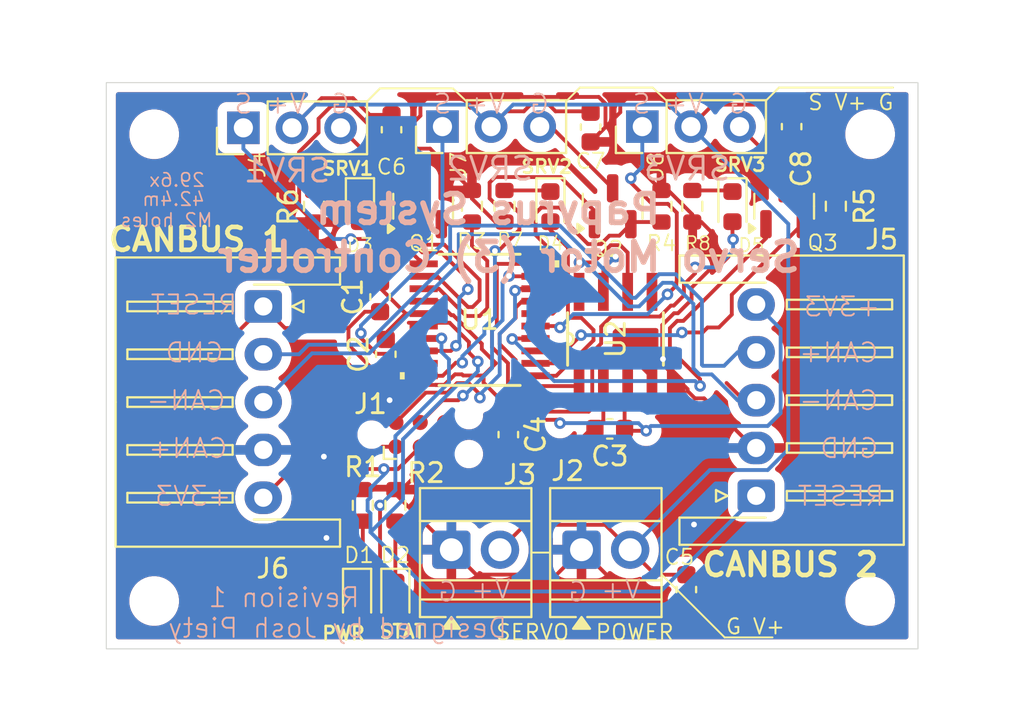
<source format=kicad_pcb>
(kicad_pcb (version 20241229) (generator "pcbnew") (generator_version "9.0")
  (layers (0 "F.Cu" signal) (2 "B.Cu" signal) (13 "F.Paste" user) (15 "B.Paste" user) (5 "F.SilkS" user "F.Silkscreen") (7 "B.SilkS" user "B.Silkscreen") (1 "F.Mask" user) (3 "B.Mask" user) (25 "Edge.Cuts" user))
  (net 0 "")
  (net 1 "+3V3")
  (net 2 "GND")
  (net 3 "/VSERVO")
  (net 4 "Net-(D1-K)")
  (net 5 "/STATUS")
  (net 6 "Net-(D2-K)")
  (net 7 "Net-(D3-K)")
  (net 8 "/SRV1_STAT")
  (net 9 "/SRV2_STAT")
  (net 10 "Net-(D4-K)")
  (net 11 "/SRV3_STAT")
  (net 12 "Net-(D5-K)")
  (net 13 "/SWCLK")
  (net 14 "/SWDIO")
  (net 16 "/RESETB")
  (net 17 "Net-(J4-Pin_3)")
  (net 18 "/SRV1_PWM")
  (net 19 "/CAN+")
  (net 20 "/CAN-")
  (net 21 "Net-(J7-Pin_3)")
  (net 22 "/SRV2_PWM")
  (net 23 "Net-(J8-Pin_3)")
  (net 24 "/SRV3_PWM")
  (net 25 "/SRV1_EN")
  (net 26 "/SRV1_SENSE")
  (net 27 "/SRV2_EN")
  (net 28 "/SRV2_SENSE")
  (net 29 "/SRV3_EN")
  (net 30 "/SRV3_SENSE")
  (net 31 "/CANTX")
  (net 32 "/CANRX")
  (footprint "Connector_JST:JST_XH_S5B-XH-A-1_1x05_P2.50mm_Horizontal" (layer "F.Cu") (at 80.8 85.3 -90)
    (property "Reference" "J6")
    (property "Value" "Conn_01x05")
  )
  (footprint "Capacitor_SMD:C_0603_1608Metric" (layer "F.Cu") (at 93.6 92 -90)
    (property "Reference" "C4")
    (property "Value" "100n")
  )
  (footprint "Resistor_SMD:R_0603_1608Metric" (layer "F.Cu") (at 93.4 80.0625 -90)
    (property "Reference" "R7")
    (property "Value" "1k")
  )
  (footprint "Package_TO_SOT_SMD:SOT-23" (layer "F.Cu") (at 99.05 80.0625 90)
    (property "Reference" "Q2")
    (property "Value" "AO3400A")
  )
  (footprint "Resistor_SMD:R_0603_1608Metric" (layer "F.Cu") (at 91.7 80.0625 90)
    (property "Reference" "R3")
    (property "Value" "33m")
  )
  (footprint "Resistor_SMD:R_0603_1608Metric" (layer "F.Cu") (at 86 95.7 90)
    (property "Reference" "R1")
    (property "Value" "1k")
  )
  (footprint "MountingHole:MountingHole_2.1mm" (layer "F.Cu") (at 75.1 76.3)
    (property "Reference" "REF**" (hide yes))
    (property "Value" "MountingHole_2.1mm")
  )
  (footprint "Resistor_SMD:R_0603_1608Metric" (layer "F.Cu") (at 110.71 80.0625 90)
    (property "Reference" "R5")
    (property "Value" "33m")
  )
  (footprint "Connector_PinHeader_2.54mm:PinHeader_1x03_P2.54mm_Vertical" (layer "F.Cu") (at 90.16 75.9 90)
    (property "Reference" "J7")
    (property "Value" "Conn_01x03_Pin")
  )
  (footprint "Resistor_SMD:R_0603_1608Metric" (layer "F.Cu") (at 103.21 80.0625 -90)
    (property "Reference" "R8")
    (property "Value" "1k")
  )
  (footprint "MountingHole:MountingHole_2.1mm" (layer "F.Cu") (at 75.1 100.7)
    (property "Reference" "REF**" (hide yes))
    (property "Value" "MountingHole_2.1mm")
  )
  (footprint "Connector_JST:JST_XH_S5B-XH-A-1_1x05_P2.50mm_Horizontal" (layer "F.Cu") (at 106.55 95.2 90)
    (property "Reference" "J5")
    (property "Value" "Conn_01x05")
  )
  (footprint "Resistor_SMD:R_0603_1608Metric" (layer "F.Cu") (at 87.7 95.7 90)
    (property "Reference" "R2")
    (property "Value" "1k")
  )
  (footprint "MountingHole:MountingHole_2.1mm" (layer "F.Cu") (at 112.5 100.7)
    (property "Reference" "REF**" (hide yes))
    (property "Value" "MountingHole_2.1mm")
  )
  (footprint "TerminalBlock:TerminalBlock_Xinya_XY308-2.54-2P_1x02_P2.54mm_Horizontal" (layer "F.Cu") (at 97.425 98.0175)
    (property "Reference" "J2")
    (property "Value" "Screw_Terminal_01x02")
  )
  (footprint "Package_TO_SOT_SMD:SOT-23" (layer "F.Cu") (at 89.15 80.0625 90)
    (property "Reference" "Q1")
    (property "Value" "AO3400A")
  )
  (footprint "Package_TO_SOT_SMD:SOT-23" (layer "F.Cu") (at 108.01 80.0625 90)
    (property "Reference" "Q3")
    (property "Value" "AO3400A")
  )
  (footprint "Connector_PinHeader_2.54mm:PinHeader_1x03_P2.54mm_Vertical" (layer "F.Cu") (at 100.6 75.9 90)
    (property "Reference" "J8")
    (property "Value" "Conn_01x03_Pin")
  )
  (footprint "LED_SMD:LED_0603_1608Metric" (layer "F.Cu") (at 85.85 80.0825 -90)
    (property "Reference" "D3")
    (property "Value" "LED")
  )
  (footprint "Capacitor_SMD:C_0603_1608Metric" (layer "F.Cu") (at 86.9 84.8 90)
    (property "Reference" "C1")
    (property "Value" "100n")
  )
  (footprint "Capacitor_SMD:C_0603_1608Metric" (layer "F.Cu") (at 87.2 87.8 90)
    (property "Reference" "C2")
    (property "Value" "10u")
  )
  (footprint "footprints:D8" (layer "F.Cu") (at 99.2 87 90)
    (property "Reference" "U2")
    (property "Value" "SN65HVD232QDRG4Q1")
  )
  (footprint "Connector_PinHeader_2.54mm:PinHeader_1x03_P2.54mm_Vertical" (layer "F.Cu") (at 79.76 75.9625 90)
    (property "Reference" "J4")
    (property "Value" "Conn_01x03_Pin")
  )
  (footprint "LED_SMD:LED_0603_1608Metric" (layer "F.Cu") (at 85.7 100.5 -90)
    (property "Reference" "D1")
    (property "Value" "LED")
  )
  (footprint "TerminalBlock:TerminalBlock_Xinya_XY308-2.54-2P_1x02_P2.54mm_Horizontal" (layer "F.Cu") (at 90.625 98.0175)
    (property "Reference" "J3")
    (property "Value" "Screw_Terminal_01x02")
  )
  (footprint "Resistor_SMD:R_0603_1608Metric" (layer "F.Cu") (at 101.6 80.0625 90)
    (property "Reference" "R4")
    (property "Value" "33m")
  )
  (footprint "Capacitor_SMD:C_0603_1608Metric" (layer "F.Cu") (at 108.4 75.9 -90)
    (property "Reference" "C8")
    (property "Value" "10u")
  )
  (footprint "Connector:Tag-Connect_TC2030-IDC-NL_2x03_P1.27mm_Vertical" (layer "F.Cu") (at 89 92)
    (property "Reference" "J1")
    (property "Value" "Conn_ARM_SWD_TagConnect_TC2030-NL")
  )
  (footprint "footprints:TSSOP20_STM" (layer "F.Cu") (at 92.1 86)
    (property "Reference" "U1")
    (property "Value" "STM32C092FCP6")
  )
  (footprint "LED_SMD:LED_0603_1608Metric" (layer "F.Cu") (at 95.8 80.0825 -90)
    (property "Reference" "D4")
    (property "Value" "LED")
  )
  (footprint "LED_SMD:LED_0603_1608Metric" (layer "F.Cu") (at 105.31 80.0825 -90)
    (property "Reference" "D5")
    (property "Value" "LED")
  )
  (footprint "Resistor_SMD:R_0603_1608Metric" (layer "F.Cu") (at 83.45 80.0625 -90)
    (property "Reference" "R6")
    (property "Value" "1k")
  )
  (footprint "MountingHole:MountingHole_2.1mm" (layer "F.Cu") (at 112.5 76.3)
    (property "Reference" "REF**" (hide yes))
    (property "Value" "MountingHole_2.1mm")
  )
  (footprint "Capacitor_SMD:C_0603_1608Metric" (layer "F.Cu") (at 97.9 75.925 -90)
    (property "Reference" "C7")
    (property "Value" "10u")
  )
  (footprint "Capacitor_SMD:C_0603_1608Metric" (layer "F.Cu") (at 87.5 76.0625 -90)
    (property "Reference" "C6")
    (property "Value" "10u")
  )
  (footprint "LED_SMD:LED_0603_1608Metric" (layer "F.Cu") (at 87.7 100.5 -90)
    (property "Reference" "D2")
    (property "Value" "LED")
  )
  (footprint "Capacitor_SMD:C_0603_1608Metric" (layer "F.Cu") (at 102.9 100.1 -90)
    (property "Reference" "C5")
    (property "Value" "10u")
  )
  (footprint "Capacitor_SMD:C_0603_1608Metric" (layer "F.Cu") (at 98.9 91.7 180)
    (property "Reference" "C3")
    (property "Value" "100n")
  )
  (gr_line (start 101.6 99.3) (end 104.9 102.6) (stroke (width 0.1)) (layer "F.SilkS"))
  (gr_line (start 101.86 74.54125) (end 101.14 73.85875) (stroke (width 0.1)) (layer "F.SilkS"))
  (gr_line (start 94.805 98.1675) (end 95.785 98.1675) (stroke (width 0.1)) (layer "F.SilkS"))
  (gr_line (start 97.34 73.85875) (end 101.14 73.85875) (stroke (width 0.1)) (layer "F.SilkS"))
  (gr_line (start 107.06 74.54125) (end 107.74 73.85875) (stroke (width 0.1)) (layer "F.SilkS"))
  (gr_line (start 86.22 74.5825) (end 86.9 73.9) (stroke (width 0.1)) (layer "F.SilkS"))
  (gr_line (start 107.74 73.85875) (end 113.7 73.85875) (stroke (width 0.1)) (layer "F.SilkS"))
  (gr_line (start 104.9 102.6) (end 107.4 102.6) (stroke (width 0.1)) (layer "F.SilkS"))
  (gr_line (start 96.66 74.54125) (end 97.34 73.85875) (stroke (width 0.1)) (layer "F.SilkS"))
  (gr_line (start 91.42 74.5825) (end 90.7 73.9) (stroke (width 0.1)) (layer "F.SilkS"))
  (gr_line (start 86.9 73.9) (end 90.7 73.9) (stroke (width 0.1)) (layer "F.SilkS"))
  (gr_rect (start 72.6 73.6) (end 115 103.2) (stroke (width 0.05)) (fill no) (layer "Edge.Cuts"))
  (gr_text "POWER" (at 98.1 102.8 0) (layer "F.SilkS") (effects (font (size 0.8 0.8) (thickness 0.1)) (justify left bottom)))
  (gr_text "G V+" (at 104.9 102.5 0) (layer "F.SilkS") (effects (font (size 0.8 0.8) (thickness 0.1)) (justify left bottom)))
  (gr_text "STAT" (at 86.8 102.7 0) (layer "F.SilkS") (effects (font (size 0.7 0.7) (thickness 0.14) (bold yes)) (justify left bottom)))
  (gr_text "CANBUS 1" (at 72.6 82.5 0) (layer "F.SilkS") (effects (font (size 1.2 1.2) (thickness 0.24) (bold yes)) (justify left bottom)))
  (gr_text "SRV2" (at 94.2 78.4 0) (layer "F.SilkS") (effects (font (size 0.7 0.7) (thickness 0.14) (bold yes)) (justify left bottom)))
  (gr_text "S V+ G" (at 109.2 75.1 0) (layer "F.SilkS") (effects (font (size 0.8 0.8) (thickness 0.1)) (justify left bottom)))
  (gr_text "PWR" (at 83.8 102.8 0) (layer "F.SilkS") (effects (font (size 0.7 0.7) (thickness 0.14) (bold yes)) (justify left bottom)))
  (gr_text "CANBUS 2" (at 103.6 99.5 0) (layer "F.SilkS") (effects (font (size 1.2 1.2) (thickness 0.24) (bold yes)) (justify left bottom)))
  (gr_text "SRV1" (at 83.8 78.5 0) (layer "F.SilkS") (effects (font (size 0.7 0.7) (thickness 0.14) (bold yes)) (justify left bottom)))
  (gr_text "SRV3" (at 104.3 78.3 0) (layer "F.SilkS") (effects (font (size 0.7 0.7) (thickness 0.14) (bold yes)) (justify left bottom)))
  (gr_text "SERVO" (at 92.9 102.8 0) (layer "F.SilkS") (effects (font (size 0.8 0.8) (thickness 0.1)) (justify left bottom)))
  (gr_text "Designed by Josh Piety" (at 93.6 102.7 0) (layer "B.SilkS") (effects (font (size 1 1) (thickness 0.1)) (justify left bottom mirror)))
  (gr_text "CAN+" (at 113 88.3 0) (layer "B.SilkS") (effects (font (size 1 1) (thickness 0.1)) (justify left bottom mirror)))
  (gr_text "GND" (at 78.8 88.3 0) (layer "B.SilkS") (effects (font (size 1 1) (thickness 0.1)) (justify left bottom mirror)))
  (gr_text "Papyrus System" (at 101.7 81.1 0) (layer "B.SilkS") (effects (font (size 1.5 1.5) (thickness 0.3) (bold yes)) (justify left bottom mirror)))
  (gr_text "S" (at 101.1 75.3 0) (layer "B.SilkS") (effects (font (size 1 1) (thickness 0.1)) (justify left bottom mirror)))
  (gr_text "G" (at 97.8 100.8 0) (layer "B.SilkS") (effects (font (size 1 1) (thickness 0.1)) (justify left bottom mirror)))
  (gr_text "SRV3" (at 105.3 78.8 0) (layer "B.SilkS") (effects (font (size 1.2 1.2)) (justify left bottom mirror)))
  (gr_text "G" (at 85.4 75.3 0) (layer "B.SilkS") (effects (font (size 1 1) (thickness 0.1)) (justify left bottom mirror)))
  (gr_text "SRV1" (at 84.4 78.9 0) (layer "B.SilkS") (effects (font (size 1.2 1.2)) (justify left bottom mirror)))
  (gr_text "G" (at 106.2 75.3 0) (layer "B.SilkS") (effects (font (size 1 1) (thickness 0.1)) (justify left bottom mirror)))
  (gr_text "CAN+" (at 79 93.3 0) (layer "B.SilkS") (effects (font (size 1 1) (thickness 0.1)) (justify left bottom mirror)))
  (gr_text "V+" (at 93.8 100.7 0) (layer "B.SilkS") (effects (font (size 1 1) (thickness 0.1)) (justify left bottom mirror)))
  (gr_text "S" (at 80.3 75.3 0) (layer "B.SilkS") (effects (font (size 1 1) (thickness 0.1)) (justify left bottom mirror)))
  (gr_text "V+" (at 103.9 75.3 0) (layer "B.SilkS") (effects (font (size 1 1) (thickness 0.1)) (justify left bottom mirror)))
  (gr_text "CAN-" (at 78.9 90.8 0) (layer "B.SilkS") (effects (font (size 1 1) (thickness 0.1)) (justify left bottom mirror)))
  (gr_text "CAN-" (at 113 90.8 0) (layer "B.SilkS") (effects (font (size 1 1) (thickness 0.1)) (justify left bottom mirror)))
  (gr_text "Servo Motor (3) Controller " (at 109 83.6 0) (layer "B.SilkS") (effects (font (size 1.5 1.5) (thickness 0.3) (bold yes)) (justify left bottom mirror)))
  (gr_text "RESET" (at 113.3 95.8 0) (layer "B.SilkS") (effects (font (size 1 1) (thickness 0.1)) (justify left bottom mirror)))
  (gr_text "M2 holes" (at 78.2 81.2 0) (layer "B.SilkS") (effects (font (size 0.7 0.7) (thickness 0.0875)) (justify left bottom mirror)))
  (gr_text "42.4m" (at 77.8 80.1 0) (layer "B.SilkS") (effects (font (size 0.7 0.7) (thickness 0.0875)) (justify left bottom mirror)))
  (gr_text "G" (at 91 100.8 0) (layer "B.SilkS") (effects (font (size 1 1) (thickness 0.1)) (justify left bottom mirror)))
  (gr_text "+3V3" (at 113.1 85.9 0) (layer "B.SilkS") (effects (font (size 1 1) (thickness 0.1)) (justify left bottom mirror)))
  (gr_text "Revision 1" (at 85.9 101.1 0) (layer "B.SilkS") (effects (font (size 1 1) (thickness 0.1)) (justify left bottom mirror)))
  (gr_text "+3V3" (at 79.2 95.8 0) (layer "B.SilkS") (effects (font (size 1 1) (thickness 0.1)) (justify left bottom mirror)))
  (gr_text "V+" (at 100.6 100.7 0) (layer "B.SilkS") (effects (font (size 1 1) (thickness 0.1)) (justify left bottom mirror)))
  (gr_text "G" (at 95.8 75.3 0) (layer "B.SilkS") (effects (font (size 1 1) (thickness 0.1)) (justify left bottom mirror)))
  (gr_text "SRV2" (at 95 78.8 0) (layer "B.SilkS") (effects (font (size 1.2 1.2)) (justify left bottom mirror)))
  (gr_text "GND" (at 113 93.3 0) (layer "B.SilkS") (effects (font (size 1 1) (thickness 0.1)) (justify left bottom mirror)))
  (gr_text "29.6x" (at 77.8 79.1 0) (layer "B.SilkS") (effects (font (size 0.7 0.7) (thickness 0.0875)) (justify left bottom mirror)))
  (gr_text "S" (at 90.7 75.3 0) (layer "B.SilkS") (effects (font (size 1 1) (thickness 0.1)) (justify left bottom mirror)))
  (gr_text "V+" (at 83.1 75.3 0) (layer "B.SilkS") (effects (font (size 1 1) (thickness 0.1)) (justify left bottom mirror)))
  (gr_text "RESET" (at 79.5 85.8 0) (layer "B.SilkS") (effects (font (size 1 1) (thickness 0.1)) (justify left bottom mirror)))
  (gr_text "V+" (at 93.5 75.3 0) (layer "B.SilkS") (effects (font (size 1 1) (thickness 0.1)) (justify left bottom mirror)))
  (segment (start 96.125 91.225) (end 96.3 91.4) (width 0.2) (layer "F.Cu") (net 1))
  (segment (start 86.105761 85.575) (end 85.25 86.430761) (width 0.2) (layer "F.Cu") (net 1))
  (segment (start 85.6137 90.1613) (end 87.2 88.575) (width 0.2) (layer "F.Cu") (net 1))
  (segment (start 86.109451 92.8463) (end 85.6137 92.350549) (width 0.2) (layer "F.Cu") (net 1))
  (segment (start 88.028798 89.403798) (end 87.2 88.575) (width 0.2) (layer "F.Cu") (net 1))
  (segment (start 99.675 89.6238) (end 99.835 89.4638) (width 0.2) (layer "F.Cu") (net 1))
  (segment (start 90.261888 89.403798) (end 90.815686 88.85) (width 0.2) (layer "F.Cu") (net 1))
  (segment (start 83.3875 101.2875) (end 77.7 95.6) (width 0.2) (layer "F.Cu") (net 1))
  (segment (start 93.6 91.225) (end 96.125 91.225) (width 0.2) (layer "F.Cu") (net 1))
  (segment (start 87.73 92.635) (end 87.021849 92.635) (width 0.2) (layer "F.Cu") (net 1))
  (segment (start 90.045402 85.025001) (end 90.2166 85.196199) (width 0.2) (layer "F.Cu") (net 1))
  (segment (start 99.775 91.8) (end 99.675 91.7) (width 0.2) (layer "F.Cu") (net 1))
  (segment (start 90.2166 85.350914) (end 90.619485 85.753799) (width 0.2) (layer "F.Cu") (net 1))
  (segment (start 86.9 85.575) (end 86.105761 85.575) (width 0.2) (layer "F.Cu") (net 1))
  (segment (start 87.021849 92.635) (end 86.810549 92.8463) (width 0.2) (layer "F.Cu") (net 1))
  (segment (start 92.215686 87.534925) (end 92.95 88.269239) (width 0.2) (layer "F.Cu") (net 1))
  (segment (start 89.179 85.025001) (end 90.045402 85.025001) (width 0.2) (layer "F.Cu") (net 1))
  (segment (start 89.8 89.403798) (end 88.028798 89.403798) (width 0.2) (layer "F.Cu") (net 1))
  (segment (start 90.2166 85.196199) (end 90.2166 85.350914) (width 0.2) (layer "F.Cu") (net 1))
  (segment (start 92.308715 88.910524) (end 92.308715 89.289476) (width 0.2) (layer "F.Cu") (net 1))
  (segment (start 90.719485 85.753799) (end 92.215686 87.25) (width 0.2) (layer "F.Cu") (net 1))
  (segment (start 91.177617 88.85) (end 91.238141 88.910524) (width 0.2) (layer "F.Cu") (net 1))
  (segment (start 77.7 95.6) (end 77.7 88.4) (width 0.2) (layer "F.Cu") (net 1))
  (segment (start 90.815686 88.85) (end 91.177617 88.85) (width 0.2) (layer "F.Cu") (net 1))
  (segment (start 85.25 87.315685) (end 86.509315 88.575) (width 0.2) (layer "F.Cu") (net 1))
  (segment (start 80.8 85.3) (end 81.930761 86.430761) (width 0.2) (layer "F.Cu") (net 1))
  (segment (start 99.835 91.34) (end 99.675 91.5) (width 0.2) (layer "F.Cu") (net 1))
  (segment (start 90.755162 88.910524) (end 90.261888 89.403798) (width 0.2) (layer "F.Cu") (net 1))
  (segment (start 92.215686 87.25) (end 92.215686 87.534925) (width 0.2) (layer "F.Cu") (net 1))
  (segment (start 77.7 88.4) (end 80.8 85.3) (width 0.2) (layer "F.Cu") (net 1))
  (segment (start 90.619485 85.753799) (end 90.719485 85.753799) (width 0.2) (layer "F.Cu") (net 1))
  (segment (start 89.8 89.403798) (end 90.261888 89.403798) (width 0.2) (layer "F.Cu") (net 1))
  (segment (start 81.930761 86.430761) (end 85.25 86.430761) (width 0.2) (layer "F.Cu") (net 1))
  (segment (start 85.7 101.2875) (end 83.3875 101.2875) (width 0.2) (layer "F.Cu") (net 1))
  (segment (start 91.238141 88.910524) (end 92.308715 88.910524) (width 0.2) (layer "F.Cu") (net 1))
  (segment (start 86.810549 92.8463) (end 86.109451 92.8463) (width 0.2) (layer "F.Cu") (net 1))
  (segment (start 100.8 91.8) (end 99.775 91.8) (width 0.2) (layer "F.Cu") (net 1))
  (segment (start 92.308715 89.289476) (end 93.6 90.580761) (width 0.2) (layer "F.Cu") (net 1))
  (segment (start 90.261888 89.403798) (end 89.8 89.403798) (width 0.2) (layer "F.Cu") (net 1))
  (segment (start 85.25 86.430761) (end 85.25 87.315685) (width 0.2) (layer "F.Cu") (net 1))
  (segment (start 93.6 90.580761) (end 93.6 91.225) (width 0.2) (layer "F.Cu") (net 1))
  (segment (start 92.95 88.269239) (end 92.308715 88.910524) (width 0.2) (layer "F.Cu") (net 1))
  (segment (start 99.675 91.7) (end 99.675 89.6238) (width 0.2) (layer "F.Cu") (net 1))
  (segment (start 85.6137 92.350549) (end 85.6137 90.1613) (width 0.2) (layer "F.Cu") (net 1))
  (segment (start 86.509315 88.575) (end 87.2 88.575) (width 0.2) (layer "F.Cu") (net 1))
  (via (at 96.3 91.4) (size 0.6) (drill 0.3) (layers "F.Cu" "B.Cu") (net 1))
  (via (at 100.8 91.8) (size 0.6) (drill 0.3) (layers "F.Cu" "B.Cu") (net 1))
  (segment (start 101.051 91.549) (end 100.8 91.8) (width 0.2) (layer "B.Cu") (net 1))
  (segment (start 100.8 91.8) (end 100.4 91.4) (width 0.2) (layer "B.Cu") (net 1))
  (segment (start 107.826 90.87476) (end 107.15176 91.549) (width 0.2) (layer "B.Cu") (net 1))
  (segment (start 100.4 91.4) (end 96.3 91.4) (width 0.2) (layer "B.Cu") (net 1))
  (segment (start 107.826 86.476) (end 107.826 90.87476) (width 0.2) (layer "B.Cu") (net 1))
  (segment (start 106.55 85.2) (end 107.826 86.476) (width 0.2) (layer "B.Cu") (net 1))
  (segment (start 107.15176 91.549) (end 101.051 91.549) (width 0.2) (layer "B.Cu") (net 1))
  (segment (start 84.36324 74.8115) (end 85.31676 74.8115) (width 0.2) (layer "F.Cu") (net 2))
  (segment (start 97.9 76.7) (end 99.449 75.151) (width 0.2) (layer "F.Cu") (net 2))
  (segment (start 93.4 80.8875) (end 92.925 80.8875) (width 0.2) (layer "F.Cu") (net 2))
  (segment (start 87.34276 76.8375) (end 87.5 76.8375) (width 0.2) (layer "F.Cu") (net 2))
  (segment (start 98.676 74.70089) (end 98.676 75.924) (width 0.2) (layer "F.Cu") (net 2))
  (segment (start 101.96 79.2375) (end 101.6 79.2375) (width 0.2) (layer "F.Cu") (net 2))
  (segment (start 102.968134 89.724811) (end 103.348895 90.105572) (width 0.2) (layer "F.Cu") (net 2))
  (segment (start 99.0625 76.7) (end 97.9 76.7) (width 0.2) (layer "F.Cu") (net 2))
  (segment (start 92.9947 92.1697) (end 90.7353 92.1697) (width 0.2) (layer "F.Cu") (net 2))
  (segment (start 100.2825 100.875) (end 102.9 100.875) (width 0.2) (layer "F.Cu") (net 2))
  (segment (start 101.6 79.2375) (end 99.0625 76.7) (width 0.2) (layer "F.Cu") (net 2))
  (segment (start 98.565 89.4638) (end 98.565 91.26) (width 0.2) (layer "F.Cu") (net 2))
  (segment (start 108.4 76.675) (end 108.4 76.9275) (width 0.2) (layer "F.Cu") (net 2))
  (segment (start 101.641239 88.297916) (end 102.968134 89.624811) (width 0.2) (layer "F.Cu") (net 2))
  (segment (start 93.6 92.775) (end 92.9947 92.1697) (width 0.2) (layer "F.Cu") (net 2))
  (segment (start 104.45 81.6525) (end 104.45 83.044314) (width 0.2) (layer "F.Cu") (net 2))
  (segment (start 99.449 75.151) (end 99.449 74.749) (width 0.2) (layer "F.Cu") (net 2))
  (segment (start 87.7 95.0925) (end 90.625 98.0175) (width 0.2) (layer "F.Cu") (net 2))
  (segment (start 85.31676 74.8115) (end 87.34276 76.8375) (width 0.2) (layer "F.Cu") (net 2))
  (segment (start 93.6 92.775) (end 96.85 92.775) (width 0.2) (layer "F.Cu") (net 2))
  (segment (start 103.21 80.8875) (end 103.685 80.8875) (width 0.2) (layer "F.Cu") (net 2))
  (segment (start 104.45 83.044314) (end 103.174 84.320315) (width 0.2) (layer "F.Cu") (net 2))
  (segment (start 97.925 91.7) (end 96.85 92.775) (width 0.2) (layer "F.Cu") (net 2))
  (segment (start 103.174 84.944927) (end 102.463918 85.655009) (width 0.2) (layer "F.Cu") (net 2))
  (segment (start 98.565 91.26) (end 98.125 91.7) (width 0.2) (layer "F.Cu") (net 2))
  (segment (start 89.009 75.3285) (end 89.009 74.749) (width 0.2) (layer "F.Cu") (net 2))
  (segment (start 88.2424 85.674999) (end 89.179 85.674999) (width 0.2) (layer "F.Cu") (net 2))
  (segment (start 103.348895 90.105572) (end 103.830572 90.105572) (width 0.2) (layer "F.Cu") (net 2))
  (segment (start 88.2337 85.6663) (end 88.2424 85.674999) (width 0.2) (layer "F.Cu") (net 2))
  (segment (start 103.21 80.4875) (end 101.96 79.2375) (width 0.2) (layer "F.Cu") (net 2))
  (segment (start 103.830572 90.105572) (end 106.425 92.7) (width 0.2) (layer "F.Cu") (net 2))
  (segment (start 109.176 74.67589) (end 109.176 75.899) (width 0.2) (layer "F.Cu") (net 2))
  (segment (start 83.689 76.211) (end 83.689 75.48574) (width 0.2) (layer "F.Cu") (net 2))
  (segment (start 99.449 74.749) (end 99.85 74.348) (width 0.2) (layer "F.Cu") (net 2))
  (segment (start 99.85 74.348) (end 108.84811 74.348) (width 0.2) (layer "F.Cu") (net 2))
  (segment (start 106.425 92.7) (end 106.55 92.7) (width 0.2) (layer "F.Cu") (net 2))
  (segment (start 82.674 80.1115) (end 82.674 77.226) (width 0.2) (layer "F.Cu") (net 2))
  (segment (start 87.7135 77.051) (end 89.5135 77.051) (width 0.2) (layer "F.Cu") (net 2))
  (segment (start 92.925 80.8875) (end 91.7 79.6625) (width 0.2) (layer "F.Cu") (net 2))
  (segment (start 87.7 94.875) (end 87.7 95.0925) (width 0.2) (layer "F.Cu") (net 2))
  (segment (start 97.425 98.0175) (end 96.124 99.3185) (width 0.2) (layer "F.Cu") (net 2))
  (segment (start 87.2 87.025) (end 87.2 86.7) (width 0.2) (layer "F.Cu") (net 2))
  (segment (start 88.2337 85.6663) (end 86.9 84.332599) (width 0.2) (layer "F.Cu") (net 2))
  (segment (start 109.176 75.899) (end 108.4 76.675) (width 0.2) (layer "F.Cu") (net 2))
  (segment (start 98.676 75.924) (end 97.9 76.7) (width 0.2) (layer "F.Cu") (net 2))
  (segment (start 99.125 92.7) (end 106.55 92.7) (width 0.2) (layer "F.Cu") (net 2))
  (segment (start 87.7 94.875) (end 86 94.875) (width 0.2) (layer "F.Cu") (net 2))
  (segment (start 103.685 80.8875) (end 104.45 81.6525) (width 0.2) (layer "F.Cu") (net 2))
  (segment (start 101.641239 86.270085) (end 101.641239 88.297916) (width 0.2) (layer "F.Cu") (net 2))
  (segment (start 98.125 91.7) (end 97.925 91.7) (width 0.2) (layer "F.Cu") (net 2))
  (segment (start 102.968134 89.624811) (end 102.968134 89.724811) (width 0.2) (layer "F.Cu") (net 2))
  (segment (start 90.7353 92.1697) (end 90.27 92.635) (width 0.2) (layer "F.Cu") (net 2))
  (segment (start 103.174 84.320315) (end 103.174 84.944927) (width 0.2) (layer "F.Cu") (net 2))
  (segment (start 96.124 99.3185) (end 91.926 99.3185) (width 0.2) (layer "F.Cu") (net 2))
  (segment (start 90.27 92.635) (end 88.03 94.875) (width 0.2) (layer "F.Cu") (net 2))
  (segment (start 102.256314 85.655009) (end 101.641239 86.270085) (width 0.2) (layer "F.Cu") (net 2))
  (segment (start 82.674 77.226) (end 83.689 76.211) (width 0.2) (layer "F.Cu") (net 2))
  (segment (start 83.689 75.48574) (end 84.36324 74.8115) (width 0.2) (layer "F.Cu") (net 2))
  (segment (start 89.41 74.348) (end 98.32311 74.348) (width 0.2) (layer "F.Cu") (net 2))
  (segment (start 87.2 86.7) (end 88.2337 85.6663) (width 0.2) (layer "F.Cu") (net 2))
  (segment (start 98.32311 74.348) (end 98.676 74.70089) (width 0.2) (layer "F.Cu") (net 2))
  (segment (start 89.5135 77.051) (end 91.7 79.2375) (width 0.2) (layer "F.Cu") (net 2))
  (segment (start 91.926 99.3185) (end 90.625 98.0175) (width 0.2) (layer "F.Cu") (net 2))
  (segment (start 97.425 98.0175) (end 100.2825 100.875) (width 0.2) (layer "F.Cu") (net 2))
  (segment (start 87.5 76.8375) (end 87.7135 77.051) (width 0.2) (layer "F.Cu") (net 2))
  (segment (start 91.7 79.6625) (end 91.7 79.2375) (width 0.2) (layer "F.Cu") (net 2))
  (segment (start 87.5 76.8375) (end 89.009 75.3285) (width 0.2) (layer "F.Cu") (net 2))
  (segment (start 89.009 74.749) (end 89.41 74.348) (width 0.2) (layer "F.Cu") (net 2))
  (segment (start 108.84811 74.348) (end 109.176 74.67589) (width 0.2) (layer "F.Cu") (net 2))
  (segment (start 102.463918 85.655009) (end 102.256314 85.655009) (width 0.2) (layer "F.Cu") (net 2))
  (segment (start 98.125 91.7) (end 99.125 92.7) (width 0.2) (layer "F.Cu") (net 2))
  (segment (start 103.21 80.8875) (end 103.21 80.4875) (width 0.2) (layer "F.Cu") (net 2))
  (segment (start 88.03 94.875) (end 87.7 94.875) (width 0.2) (layer "F.Cu") (net 2))
  (segment (start 83.45 80.8875) (end 82.674 80.1115) (width 0.2) (layer "F.Cu") (net 2))
  (segment (start 108.4 76.9275) (end 110.71 79.2375) (width 0.2) (layer "F.Cu") (net 2))
  (segment (start 86.9 84.332599) (end 86.9 84.025) (width 0.2) (layer "F.Cu") (net 2))
  (via (at 84.1 97.4) (size 0.6) (drill 0.3) (layers "F.Cu" "B.Cu") (net 2))
  (via (at 103.3 96.7) (size 0.6) (drill 0.3) (layers "F.Cu" "B.Cu") (net 2))
  (via (at 83.965578 93.15) (size 0.6) (drill 0.3) (layers "F.Cu" "B.Cu") (net 2))
  (via (at 101.678854 88.051288) (size 0.6) (drill 0.3) (layers "F.Cu" "B.Cu") (net 2))
  (via (at 87.4 90.2) (size 0.6) (drill 0.3) (layers "F.Cu" "B.Cu") (net 2))
  (segment (start 87.4 90.2) (end 87 90.2) (width 0.2) (layer "B.Cu") (net 2))
  (segment (start 84.05 93.15) (end 83.965578 93.15) (width 0.2) (layer "B.Cu") (net 2))
  (segment (start 87 90.2) (end 84.05 93.15) (width 0.2) (layer "B.Cu") (net 2))
  (segment (start 94.41224 75.1) (end 94.76324 74.749) (width 0.2) (layer "F.Cu") (net 3))
  (segment (start 86.358446 75.2875) (end 85.482445 74.4115) (width 0.2) (layer "F.Cu") (net 3))
  (segment (start 87.5 75.2875) (end 86.358446 75.2875) (width 0.2) (layer "F.Cu") (net 3))
  (segment (start 98.664 96.7165) (end 99.965 98.0175) (width 0.2) (layer "F.Cu") (net 3))
  (segment (start 94.76324 74.749) (end 95.71676 74.749) (width 0.2) (layer "F.Cu") (net 3))
  (segment (start 102.9 99.325) (end 101.2725 99.325) (width 0.2) (layer "F.Cu") (net 3))
  (segment (start 85.482445 74.4115) (end 83.851 74.4115) (width 0.2) (layer "F.Cu") (net 3))
  (segment (start 93.165 98.0175) (end 94.466 96.7165) (width 0.2) (layer "F.Cu") (net 3))
  (segment (start 95.71676 74.749) (end 96.06776 75.1) (width 0.2) (layer "F.Cu") (net 3))
  (segment (start 96.06776 75.1) (end 97.85 75.1) (width 0.2) (layer "F.Cu") (net 3))
  (segment (start 108.024 74.749) (end 104.291 74.749) (width 0.2) (layer "F.Cu") (net 3))
  (segment (start 92.7 75.9) (end 93.5 75.1) (width 0.2) (layer "F.Cu") (net 3))
  (segment (start 97.85 75.1) (end 97.9 75.15) (width 0.2) (layer "F.Cu") (net 3))
  (segment (start 101.2725 99.325) (end 99.965 98.0175) (width 0.2) (layer "F.Cu") (net 3))
  (segment (start 83.851 74.4115) (end 82.3 75.9625) (width 0.2) (layer "F.Cu") (net 3))
  (segment (start 93.5 75.1) (end 94.41224 75.1) (width 0.2) (layer "F.Cu") (net 3))
  (segment (start 108.4 75.125) (end 108.024 74.749) (width 0.2) (layer "F.Cu") (net 3))
  (segment (start 94.466 96.7165) (end 98.664 96.7165) (width 0.2) (layer "F.Cu") (net 3))
  (segment (start 104.291 74.749) (end 103.14 75.9) (width 0.2) (layer "F.Cu") (net 3))
  (segment (start 91.549 74.749) (end 83.5135 74.749) (width 0.2) (layer "B.Cu") (net 3))
  (segment (start 108.226 80.986) (end 103.14 75.9) (width 0.2) (layer "B.Cu") (net 3))
  (segment (start 108.226 92.77676) (end 108.226 80.986) (width 0.2) (layer "B.Cu") (net 3))
  (segment (start 92.7 75.9) (end 93.851 74.749) (width 0.2) (layer "B.Cu") (net 3))
  (segment (start 101.989 74.749) (end 103.14 75.9) (width 0.2) (layer "B.Cu") (net 3))
  (segment (start 83.5135 74.749) (end 82.3 75.9625) (width 0.2) (layer "B.Cu") (net 3))
  (segment (start 93.851 74.749) (end 101.989 74.749) (width 0.2) (layer "B.Cu") (net 3))
  (segment (start 104.1315 93.851) (end 107.15176 93.851) (width 0.2) (layer "B.Cu") (net 3))
  (segment (start 99.965 98.0175) (end 104.1315 93.851) (width 0.2) (layer "B.Cu") (net 3))
  (segment (start 92.7 75.9) (end 91.549 74.749) (width 0.2) (layer "B.Cu") (net 3))
  (segment (start 107.15176 93.851) (end 108.226 92.77676) (width 0.2) (layer "B.Cu") (net 3))
  (segment (start 86 96.525) (end 86 99.4125) (width 0.2) (layer "F.Cu") (net 4))
  (segment (start 86 99.4125) (end 85.7 99.7125) (width 0.2) (layer "F.Cu") (net 4))
  (segment (start 90.100979 86.974999) (end 90.10898 86.966998) (width 0.2) (layer "F.Cu") (net 5))
  (segment (start 87.7 101.2875) (end 86.9 100.4875) (width 0.2) (layer "F.Cu") (net 5))
  (segment (start 89.179 86.974999) (end 90.100979 86.974999) (width 0.2) (layer "F.Cu") (net 5))
  (segment (start 86.9 100.4875) (end 86.9 95.7) (width 0.2) (layer "F.Cu") (net 5))
  (via (at 90.10898 86.966998) (size 0.6) (drill 0.3) (layers "F.Cu" "B.Cu") (net 5))
  (via (at 86.9 95.7) (size 0.6) (drill 0.3) (layers "F.Cu" "B.Cu") (net 5))
  (segment (start 87.7 94.9) (end 87.7 92.074183) (width 0.2) (layer "B.Cu") (net 5))
  (segment (start 86.9 95.7) (end 87.7 94.9) (width 0.2) (layer "B.Cu") (net 5))
  (segment (start 87.7 92.074183) (end 90.5 89.274183) (width 0.2) (layer "B.Cu") (net 5))
  (segment (start 90.5 89.274183) (end 90.5 88.071718) (width 0.2) (layer "B.Cu") (net 5))
  (segment (start 90.10898 87.680698) (end 90.10898 86.966998) (width 0.2) (layer "B.Cu") (net 5))
  (segment (start 90.5 88.071718) (end 90.10898 87.680698) (width 0.2) (layer "B.Cu") (net 5))
  (segment (start 87.7 99.7125) (end 87.7 96.525) (width 0.2) (layer "F.Cu") (net 6))
  (segment (start 85.85 79.295) (end 83.5075 79.295) (width 0.2) (layer "F.Cu") (net 7))
  (segment (start 83.5075 79.295) (end 83.45 79.2375) (width 0.2) (layer "F.Cu") (net 7))
  (segment (start 87.27 80.87) (end 87.599 81.199) (width 0.2) (layer "F.Cu") (net 8))
  (segment (start 91.48637 83.867385) (end 91.48637 84.401445) (width 0.2) (layer "F.Cu") (net 8))
  (segment (start 88.4385 82.0385) (end 88.5 82.1) (width 0.2) (layer "F.Cu") (net 8))
  (segment (start 90.092986 82.474) (end 91.48637 83.867385) (width 0.2) (layer "F.Cu") (net 8))
  (segment (start 90.595718 87.624998) (end 90.864779 87.355937) (width 0.2) (layer "F.Cu") (net 8))
  (segment (start 89.179 87.624998) (end 90.595718 87.624998) (width 0.2) (layer "F.Cu") (net 8))
  (segment (start 89.1069 82.474) (end 90.092986 82.474) (width 0.2) (layer "F.Cu") (net 8))
  (segment (start 87.859032 82.0385) (end 88.4385 82.0385) (width 0.2) (layer "F.Cu") (net 8))
  (segment (start 87.599 81.199) (end 87.599 81.778468) (width 0.2) (layer "F.Cu") (net 8))
  (segment (start 85.85 80.87) (end 87.27 80.87) (width 0.2) (layer "F.Cu") (net 8))
  (segment (start 88.7329 82.1) (end 89.1069 82.474) (width 0.2) (layer "F.Cu") (net 8))
  (segment (start 88.5 82.1) (end 88.7329 82.1) (width 0.2) (layer "F.Cu") (net 8))
  (segment (start 87.599 81.778468) (end 87.859032 82.0385) (width 0.2) (layer "F.Cu") (net 8))
  (via (at 91.48637 84.401445) (size 0.6) (drill 0.3) (layers "F.Cu" "B.Cu") (net 8))
  (via (at 90.864779 87.355937) (size 0.6) (drill 0.3) (layers "F.Cu" "B.Cu") (net 8))
  (segment (start 91.48637 84.401445) (end 91.038192 84.849623) (width 0.2) (layer "B.Cu") (net 8))
  (segment (start 91.038192 87.182524) (end 90.864779 87.355937) (width 0.2) (layer "B.Cu") (net 8))
  (segment (start 91.038192 84.849623) (end 91.038192 87.182524) (width 0.2) (layer "B.Cu") (net 8))
  (segment (start 98.05 87.069239) (end 98.05 86.530761) (width 0.2) (layer "F.Cu") (net 9))
  (segment (start 95.021 88.275002) (end 96.046113 88.275002) (width 0.2) (layer "F.Cu") (net 9))
  (segment (start 95.8 81.307499) (end 95.8 80.87) (width 0.2) (layer "F.Cu") (net 9))
  (segment (start 96.548915 87.7722) (end 97.347039 87.7722) (width 0.2) (layer "F.Cu") (net 9))
  (segment (start 96.7146 82.222099) (end 95.8 81.307499) (width 0.2) (layer "F.Cu") (net 9))
  (segment (start 97.4146 85.895361) (end 96.7146 85.895361) (width 0.2) (layer "F.Cu") (net 9))
  (segment (start 96.046113 88.275002) (end 96.548915 87.7722) (width 0.2) (layer "F.Cu") (net 9))
  (segment (start 98.05 86.530761) (end 97.4146 85.895361) (width 0.2) (layer "F.Cu") (net 9))
  (segment (start 97.347039 87.7722) (end 98.05 87.069239) (width 0.2) (layer "F.Cu") (net 9))
  (segment (start 96.7146 85.895361) (end 96.7146 82.222099) (width 0.2) (layer "F.Cu") (net 9))
  (segment (start 95.7425 79.2375) (end 95.8 79.295) (width 0.2) (layer "F.Cu") (net 10))
  (segment (start 93.4 79.2375) (end 95.7425 79.2375) (width 0.2) (layer "F.Cu") (net 10))
  (segment (start 98.45 86.35) (end 98.9722 85.8278) (width 0.2) (layer "F.Cu") (net 11))
  (segment (start 95.021 88.925) (end 96.106372 88.925) (width 0.2) (layer "F.Cu") (net 11))
  (segment (start 103.357537 83.571092) (end 103.357537 83.257537) (width 0.2) (layer "F.Cu") (net 11))
  (segment (start 102.244991 85.255009) (end 102.774 84.726) (width 0.2) (layer "F.Cu") (net 11))
  (segment (start 102.774 84.154629) (end 103.357537 83.571092) (width 0.2) (layer "F.Cu") (net 11))
  (segment (start 105.31 81.765086) (end 105.342837 81.797923) (width 0.2) (layer "F.Cu") (net 11))
  (segment (start 98.9722 85.8278) (end 101.517839 85.8278) (width 0.2) (layer "F.Cu") (net 11))
  (segment (start 96.859172 88.1722) (end 97.512724 88.1722) (width 0.2) (layer "F.Cu") (net 11))
  (segment (start 101.517839 85.8278) (end 102.090629 85.255009) (width 0.2) (layer "F.Cu") (net 11))
  (segment (start 105.31 80.87) (end 105.31 81.765086) (width 0.2) (layer "F.Cu") (net 11))
  (segment (start 102.090629 85.255009) (end 102.244991 85.255009) (width 0.2) (layer "F.Cu") (net 11))
  (segment (start 98.45 87.234924) (end 98.45 86.35) (width 0.2) (layer "F.Cu") (net 11))
  (segment (start 97.512724 88.1722) (end 98.45 87.234924) (width 0.2) (layer "F.Cu") (net 11))
  (segment (start 102.774 84.726) (end 102.774 84.154629) (width 0.2) (layer "F.Cu") (net 11))
  (segment (start 96.106372 88.925) (end 96.859172 88.1722) (width 0.2) (layer "F.Cu") (net 11))
  (via (at 103.357537 83.257537) (size 0.6) (drill 0.3) (layers "F.Cu" "B.Cu") (net 11))
  (via (at 105.342837 81.797923) (size 0.6) (drill 0.3) (layers "F.Cu" "B.Cu") (net 11))
  (segment (start 103.357537 83.257537) (end 104.480357 83.257537) (width 0.2) (layer "B.Cu") (net 11))
  (segment (start 104.480357 83.257537) (end 105.342837 82.395057) (width 0.2) (layer "B.Cu") (net 11))
  (segment (start 105.342837 82.395057) (end 105.342837 81.797923) (width 0.2) (layer "B.Cu") (net 11))
  (segment (start 103.21 79.2375) (end 105.2525 79.2375) (width 0.2) (layer "F.Cu") (net 12))
  (segment (start 105.2525 79.2375) (end 105.31 79.295) (width 0.2) (layer "F.Cu") (net 12))
  (segment (start 90.161202 90.203798) (end 90.986014 90.203798) (width 0.2) (layer "F.Cu") (net 13))
  (segment (start 89 91.365) (end 90.161202 90.203798) (width 0.2) (layer "F.Cu") (net 13))
  (segment (start 93.655525 83.725001) (end 93.637382 83.706858) (width 0.2) (layer "F.Cu") (net 13))
  (segment (start 90.986014 90.203798) (end 91.229288 89.960524) (width 0.2) (layer "F.Cu") (net 13))
  (segment (start 95.021 83.725001) (end 93.655525 83.725001) (width 0.2) (layer "F.Cu") (net 13))
  (via (at 91.229288 89.960524) (size 0.6) (drill 0.3) (layers "F.Cu" "B.Cu") (net 13))
  (via (at 93.637382 83.706858) (size 0.6) (drill 0.3) (layers "F.Cu" "B.Cu") (net 13))
  (segment (start 92.75 88.515685) (end 91.305161 89.960524) (width 0.2) (layer "B.Cu") (net 13))
  (segment (start 91.305161 89.960524) (end 91.229288 89.960524) (width 0.2) (layer "B.Cu") (net 13))
  (segment (start 93.637382 83.706858) (end 93.3 84.04424) (width 0.2) (layer "B.Cu") (net 13))
  (segment (start 92.75 86.565076) (end 92.75 88.515685) (width 0.2) (layer "B.Cu") (net 13))
  (segment (start 93.3 86.015076) (end 92.75 86.565076) (width 0.2) (layer "B.Cu") (net 13))
  (segment (start 93.3 84.04424) (end 93.3 86.015076) (width 0.2) (layer "B.Cu") (net 13))
  (segment (start 91.529763 89.310524) (end 92.115881 89.896642) (width 0.2) (layer "F.Cu") (net 14))
  (segment (start 90.427574 89.803798) (end 90.920848 89.310524) (width 0.2) (layer "F.Cu") (net 14))
  (segment (start 87.73 91.365) (end 89.291202 89.803798) (width 0.2) (layer "F.Cu") (net 14))
  (segment (start 92.115881 89.896642) (end 92.115881 90.067629) (width 0.2) (layer "F.Cu") (net 14))
  (segment (start 94.050769 84.375002) (end 93.95 84.475771) (width 0.2) (layer "F.Cu") (net 14))
  (segment (start 95.021 84.375002) (end 94.050769 84.375002) (width 0.2) (layer "F.Cu") (net 14))
  (segment (start 89.291202 89.803798) (end 90.427574 89.803798) (width 0.2) (layer "F.Cu") (net 14))
  (segment (start 90.920848 89.310524) (end 91.529763 89.310524) (width 0.2) (layer "F.Cu") (net 14))
  (via (at 92.115881 90.067629) (size 0.6) (drill 0.3) (layers "F.Cu" "B.Cu") (net 14))
  (via (at 93.95 84.475771) (size 0.6) (drill 0.3) (layers "F.Cu" "B.Cu") (net 14))
  (segment (start 92.115881 89.903359) (end 92.115881 90.067629) (width 0.2) (layer "B.Cu") (net 14))
  (segment (start 93.95 85.930761) (end 93.15 86.730761) (width 0.2) (layer "B.Cu") (net 14))
  (segment (start 93.15 88.86924) (end 92.115881 89.903359) (width 0.2) (layer "B.Cu") (net 14))
  (segment (start 93.95 84.475771) (end 93.95 85.930761) (width 0.2) (layer "B.Cu") (net 14))
  (segment (start 93.15 86.730761) (end 93.15 88.86924) (width 0.2) (layer "B.Cu") (net 14))
  (segment (start 87.1 93.8) (end 82.3 93.8) (width 0.2) (layer "F.Cu") (net 16))
  (segment (start 91.542141 87.160751) (end 91.542141 87.711991) (width 0.2) (layer "F.Cu") (net 16))
  (segment (start 91.542141 87.711991) (end 92.008997 88.178847) (width 0.2) (layer "F.Cu") (net 16))
  (segment (start 82.3 93.8) (end 80.8 95.3) (width 0.2) (layer "F.Cu") (net 16))
  (segment (start 88.4 86.153799) (end 90.535189 86.153799) (width 0.2) (layer "F.Cu") (net 16))
  (segment (start 90.535189 86.153799) (end 91.542141 87.160751) (width 0.2) (layer "F.Cu") (net 16))
  (segment (start 87.835 93.8) (end 87.1 93.8) (width 0.2) (layer "F.Cu") (net 16))
  (segment (start 89 92.635) (end 87.835 93.8) (width 0.2) (layer "F.Cu") (net 16))
  (via (at 87.1 93.8) (size 0.6) (drill 0.3) (layers "F.Cu" "B.Cu") (net 16))
  (via (at 92.008997 88.178847) (size 0.6) (drill 0.3) (layers "F.Cu" "B.Cu") (net 16))
  (segment (start 86.4 94.8) (end 87.051 94.149) (width 0.2) (layer "B.Cu") (net 16))
  (segment (start 86.25 95.969239) (end 86.25 95.430761) (width 0.2) (layer "B.Cu") (net 16))
  (segment (start 86.4 97.1) (end 86.4 96.119239) (width 0.2) (layer "B.Cu") (net 16))
  (segment (start 86.4 95.280761) (end 86.4 94.8) (width 0.2) (layer "B.Cu") (net 16))
  (segment (start 88.1 92.239869) (end 88.1 95.4) (width 0.2) (layer "B.Cu") (net 16))
  (segment (start 87.2 93.9) (end 87.1 93.8) (width 0.2) (layer "B.Cu") (net 16))
  (segment (start 88.1 95.4) (end 86.4 97.1) (width 0.2) (layer "B.Cu") (net 16))
  (segment (start 101.55 100.2) (end 106.55 95.2) (width 0.2) (layer "B.Cu") (net 16))
  (segment (start 92.008997 88.689588) (end 92.008997 88.178847) (width 0.2) (layer "B.Cu") (net 16))
  (segment (start 87.2 94) (end 87.2 93.9) (width 0.2) (layer "B.Cu") (net 16))
  (segment (start 87.051 94.149) (end 87.2 94) (width 0.2) (layer "B.Cu") (net 16))
  (segment (start 88.1 92.239869) (end 90.980345 89.359524) (width 0.2) (layer "B.Cu") (net 16))
  (segment (start 89.5 100.2) (end 101.55 100.2) (width 0.2) (layer "B.Cu") (net 16))
  (segment (start 91.339061 89.359524) (end 92.008997 88.689588) (width 0.2) (layer "B.Cu") (net 16))
  (segment (start 86.4 97.1) (end 89.5 100.2) (width 0.2) (layer "B.Cu") (net 16))
  (segment (start 86.25 95.430761) (end 86.4 95.280761) (width 0.2) (layer "B.Cu") (net 16))
  (segment (start 90.980345 89.359524) (end 91.339061 89.359524) (width 0.2) (layer "B.Cu") (net 16))
  (segment (start 86.4 96.119239) (end 86.25 95.969239) (width 0.2) (layer "B.Cu") (net 16))
  (segment (start 88.0025 79.125) (end 84.84 75.9625) (width 0.2) (layer "F.Cu") (net 17))
  (segment (start 89.15 79.125) (end 88.0025 79.125) (width 0.2) (layer "F.Cu") (net 17))
  (segment (start 88.5668 82.501) (end 88.9408 82.875) (width 0.2) (layer "F.Cu") (net 18))
  (segment (start 85.368556 81.774855) (end 87.028287 81.774855) (width 0.2) (layer "F.Cu") (net 18))
  (segment (start 88.3339 82.501) (end 88.5668 82.501) (width 0.2) (layer "F.Cu") (net 18))
  (segment (start 87.695033 82.441601) (end 88.274501 82.441601) (width 0.2) (layer "F.Cu") (net 18))
  (segment (start 88.979 82.875) (end 89.179 83.075) (width 0.2) (layer "F.Cu") (net 18))
  (segment (start 88.274501 82.441601) (end 88.3339 82.501) (width 0.2) (layer "F.Cu") (net 18))
  (segment (start 88.9408 82.875) (end 88.979 82.875) (width 0.2) (layer "F.Cu") (net 18))
  (segment (start 87.028287 81.774855) (end 87.695033 82.441601) (width 0.2) (layer "F.Cu") (net 18))
  (via (at 85.368556 81.774855) (size 0.6) (drill 0.3) (layers "F.Cu" "B.Cu") (net 18))
  (segment (start 85.368556 81.774855) (end 84.474855 81.774855) (width 0.2) (layer "B.Cu") (net 18))
  (segment (start 79.76 77.06) (end 79.76 75.9625) (width 0.2) (layer "B.Cu") (net 18))
  (segment (start 84.474855 81.774855) (end 79.76 77.06) (width 0.2) (layer "B.Cu") (net 18))
  (segment (start 98.565 84.5362) (end 98.565 83.335) (width 0.2) (layer "F.Cu") (net 19))
  (segment (start 98.565 83.335) (end 99.2 82.7) (width 0.2) (layer "F.Cu") (net 19))
  (via (at 99.2 82.7) (size 0.6) (drill 0.3) (layers "F.Cu" "B.Cu") (net 19))
  (segment (start 101.480049 83.6144) (end 100.245429 84.84902) (width 0.2) (layer "B.Cu") (net 19))
  (segment (start 80.8 87.8) (end 82.663603 87.8) (width 0.2) (layer "B.Cu") (net 19))
  (segment (start 102.350711 83.6144) (end 101.480049 83.6144) (width 0.2) (layer "B.Cu") (net 19))
  (segment (start 100.067218 84.84902) (end 98.509099 83.290901) (width 0.2) (layer "B.Cu") (net 19))
  (segment (start 99.2 82.7) (end 98.609099 83.290901) (width 0.2) (layer "B.Cu") (net 19))
  (segment (start 103.770622 88.404592) (end 103.71505 88.34902) (width 0.2) (layer "B.Cu") (net 19))
  (segment (start 90.561 82.888943) (end 90.561 81.075) (width 0.2) (layer "B.Cu") (net 19))
  (segment (start 104.870408 88.404592) (end 103.770622 88.404592) (width 0.2) (layer "B.Cu") (net 19))
  (segment (start 103.71505 84.978739) (end 102.350711 83.6144) (width 0.2) (layer "B.Cu") (net 19))
  (segment (start 83.162603 87.301) (end 86.148943 87.301) (width 0.2) (layer "B.Cu") (net 19))
  (segment (start 98.509099 83.290901) (end 96.293198 81.075) (width 0.2) (layer "B.Cu") (net 19))
  (segment (start 103.71505 88.34902) (end 103.71505 84.978739) (width 0.2) (layer "B.Cu") (net 19))
  (segment (start 106.55 87.7) (end 105.575 87.7) (width 0.2) (layer "B.Cu") (net 19))
  (segment (start 86.148943 87.301) (end 90.561 82.888943) (width 0.2) (layer "B.Cu") (net 19))
  (segment (start 90.561 81.075) (end 96.293198 81.075) (width 0.2) (layer "B.Cu") (net 19))
  (segment (start 105.575 87.7) (end 104.870408 88.404592) (width 0.2) (layer "B.Cu") (net 19))
  (segment (start 98.609099 83.290901) (end 98.509099 83.290901) (width 0.2) (layer "B.Cu") (net 19))
  (segment (start 100.245429 84.84902) (end 100.067218 84.84902) (width 0.2) (layer "B.Cu") (net 19))
  (segment (start 82.663603 87.8) (end 83.162603 87.301) (width 0.2) (layer "B.Cu") (net 19))
  (segment (start 99.835 84.5362) (end 99.835 82.485057) (width 0.2) (layer "F.Cu") (net 20))
  (segment (start 106.55 90.2) (end 105.9 90.2) (width 0.2) (layer "F.Cu") (net 20))
  (segment (start 105.9 90.2) (end 105 89.3) (width 0.2) (layer "F.Cu") (net 20))
  (segment (start 99.448943 82.099) (end 98.947568 82.099) (width 0.2) (layer "F.Cu") (net 20))
  (segment (start 99.835 82.485057) (end 99.448943 82.099) (width 0.2) (layer "F.Cu") (net 20))
  (segment (start 98.046568 83) (end 97.3146 83) (width 0.2) (layer "F.Cu") (net 20))
  (segment (start 98.947568 82.099) (end 98.046568 83) (width 0.2) (layer "F.Cu") (net 20))
  (via (at 97.3146 83) (size 0.6) (drill 0.3) (layers "F.Cu" "B.Cu") (net 20))
  (segment (start 97.3146 83) (end 97.3146 82.732798) (width 0.2) (layer "B.Cu") (net 20))
  (segment (start 100.431817 85.299) (end 99.880802 85.299) (width 0.2) (layer "B.Cu") (net 20))
  (segment (start 80.8 90.3) (end 80.8 90.425) (width 0.2) (layer "B.Cu") (net 20))
  (segment (start 103.269484 85.169541) (end 102.164323 84.06438) (width 0.2) (layer "B.Cu") (net 20))
  (segment (start 101.666437 84.06438) (end 100.431817 85.299) (width 0.2) (layer "B.Cu") (net 20))
  (segment (start 83.34902 87.75098) (end 86.335331 87.75098) (width 0.2) (layer "B.Cu") (net 20))
  (segment (start 103.269484 88.539822) (end 103.269484 85.169541) (width 0.2) (layer "B.Cu") (net 20))
  (segment (start 102.164323 84.06438) (end 101.666437 84.06438) (width 0.2) (layer "B.Cu") (net 20))
  (segment (start 97.3146 82.732798) (end 97.040901 82.459099) (width 0.2) (layer "B.Cu") (net 20))
  (segment (start 103.584234 88.854572) (end 103.269484 88.539822) (width 0.2) (layer "B.Cu") (net 20))
  (segment (start 91.01098 83.075331) (end 91.01098 81.525) (width 0.2) (layer "B.Cu") (net 20))
  (segment (start 99.880802 85.299) (end 97.040901 82.459099) (width 0.2) (layer "B.Cu") (net 20))
  (segment (start 97.040901 82.459099) (end 96.106802 81.525) (width 0.2) (layer "B.Cu") (net 20))
  (segment (start 86.335331 87.75098) (end 91.01098 83.075331) (width 0.2) (layer "B.Cu") (net 20))
  (segment (start 80.8 90.3) (end 83.34902 87.75098) (width 0.2) (layer "B.Cu") (net 20))
  (segment (start 91.01098 81.525) (end 96.106802 81.525) (width 0.2) (layer "B.Cu") (net 20))
  (segment (start 105.575 90.2) (end 104.229572 88.854572) (width 0.2) (layer "B.Cu") (net 20))
  (segment (start 104.229572 88.854572) (end 103.584234 88.854572) (width 0.2) (layer "B.Cu") (net 20))
  (segment (start 106.55 90.2) (end 105.575 90.2) (width 0.2) (layer "B.Cu") (net 20))
  (segment (start 95.825 75.9) (end 95.24 75.9) (width 0.2) (layer "F.Cu") (net 21))
  (segment (start 99.05 79.125) (end 95.825 75.9) (width 0.2) (layer "F.Cu") (net 21))
  (segment (start 86.72589 87.776) (end 85.9 86.95011) (width 0.2) (layer "F.Cu") (net 22))
  (segment (start 88.2424 88.274999) (end 87.743401 87.776) (width 0.2) (layer "F.Cu") (net 22))
  (segment (start 89.179 88.274999) (end 88.2424 88.274999) (width 0.2) (layer "F.Cu") (net 22))
  (segment (start 87.743401 87.776) (end 86.72589 87.776) (width 0.2) (layer "F.Cu") (net 22))
  (segment (start 85.9 86.95011) (end 85.9 86.7) (width 0.2) (layer "F.Cu") (net 22))
  (via (at 85.9 86.7) (size 0.6) (drill 0.3) (layers "F.Cu" "B.Cu") (net 22))
  (segment (start 90.16 82.04) (end 90.16 75.9) (width 0.2) (layer "B.Cu") (net 22))
  (segment (start 85.9 86.7) (end 85.9 86.3) (width 0.2) (layer "B.Cu") (net 22))
  (segment (start 85.9 86.3) (end 90.16 82.04) (width 0.2) (layer "B.Cu") (net 22))
  (segment (start 108.01 78.23) (end 108.01 79.125) (width 0.2) (layer "F.Cu") (net 23))
  (segment (start 105.68 75.9) (end 108.01 78.23) (width 0.2) (layer "F.Cu") (net 23))
  (segment (start 100 78.6) (end 100 78.826564) (width 0.2) (layer "F.Cu") (net 24))
  (segment (start 95.021 86.325001) (end 96.225001 86.325001) (width 0.2) (layer "F.Cu") (net 24))
  (segment (start 102.4 80.4) (end 102.4 84.002944) (width 0.2) (layer "F.Cu") (net 24))
  (segment (start 102.4 84.002944) (end 102.374 84.028944) (width 0.2) (layer "F.Cu") (net 24))
  (segment (start 102.374 84.20676) (end 101.91538 84.66538) (width 0.2) (layer "F.Cu") (net 24))
  (segment (start 100 78.826564) (end 101.111936 79.9385) (width 0.2) (layer "F.Cu") (net 24))
  (segment (start 101.9385 79.9385) (end 102.4 80.4) (width 0.2) (layer "F.Cu") (net 24))
  (segment (start 96.225001 86.325001) (end 96.3 86.4) (width 0.2) (layer "F.Cu") (net 24))
  (segment (start 102.374 84.028944) (end 102.374 84.20676) (width 0.2) (layer "F.Cu") (net 24))
  (segment (start 101.111936 79.9385) (end 101.9385 79.9385) (width 0.2) (layer "F.Cu") (net 24))
  (via (at 96.3 86.4) (size 0.6) (drill 0.3) (layers "F.Cu" "B.Cu") (net 24))
  (via (at 101.91538 84.66538) (size 0.6) (drill 0.3) (layers "F.Cu" "B.Cu") (net 24))
  (via (at 100 78.6) (size 0.6) (drill 0.3) (layers "F.Cu" "B.Cu") (net 24))
  (segment (start 97 85.7) (end 100.88076 85.7) (width 0.2) (layer "B.Cu") (net 24))
  (segment (start 96.3 86.4) (end 97 85.7) (width 0.2) (layer "B.Cu") (net 24))
  (segment (start 100.6 78) (end 100.6 75.9) (width 0.2) (layer "B.Cu") (net 24))
  (segment (start 100 78.6) (end 100.6 78) (width 0.2) (layer "B.Cu") (net 24))
  (segment (start 100.88076 85.7) (end 101.91538 84.66538) (width 0.2) (layer "B.Cu") (net 24))
  (segment (start 92.1 84.965685) (end 91.7342 85.331485) (width 0.2) (layer "F.Cu") (net 25))
  (segment (start 92.1 83.913915) (end 92.1 84.965685) (width 0.2) (layer "F.Cu") (net 25))
  (segment (start 89.890687 83.725001) (end 89.179 83.725001) (width 0.2) (layer "F.Cu") (net 25))
  (segment (start 89.273 82.073) (end 90.259086 82.073) (width 0.2) (layer "F.Cu") (net 25))
  (segment (start 90.259086 82.073) (end 92.1 83.913915) (width 0.2) (layer "F.Cu") (net 25))
  (segment (start 88.2 81) (end 89.273 82.073) (width 0.2) (layer "F.Cu") (net 25))
  (segment (start 91.7342 85.331485) (end 91.497171 85.331485) (width 0.2) (layer "F.Cu") (net 25))
  (segment (start 91.497171 85.331485) (end 89.890687 83.725001) (width 0.2) (layer "F.Cu") (net 25))
  (segment (start 89.974999 84.374999) (end 91.4 85.8) (width 0.2) (layer "F.Cu") (net 26))
  (segment (start 91.7 82.119239) (end 91.7 80.8875) (width 0.2) (layer "F.Cu") (net 26))
  (segment (start 89.179 84.374999) (end 89.974999 84.374999) (width 0.2) (layer "F.Cu") (net 26))
  (segment (start 92.5 85.4) (end 92.5 82.919239) (width 0.2) (layer "F.Cu") (net 26))
  (segment (start 91.5875 81) (end 91.7 80.8875) (width 0.2) (layer "F.Cu") (net 26))
  (segment (start 92.1 85.8) (end 92.5 85.4) (width 0.2) (layer "F.Cu") (net 26))
  (segment (start 92.5 82.919239) (end 91.7 82.119239) (width 0.2) (layer "F.Cu") (net 26))
  (segment (start 90.1 81) (end 91.5875 81) (width 0.2) (layer "F.Cu") (net 26))
  (segment (start 91.4 85.8) (end 92.1 85.8) (width 0.2) (layer "F.Cu") (net 26))
  (segment (start 96.3365 78.5365) (end 98.1 80.3) (width 0.2) (layer "F.Cu") (net 27))
  (segment (start 92.9 82.4) (end 93.076564 82.4) (width 0.2) (layer "F.Cu") (net 27))
  (segment (start 98.1 80.3) (end 98.1 81) (width 0.2) (layer "F.Cu") (net 27))
  (segment (start 89.179 88.924998) (end 90.175002 88.924998) (width 0.2) (layer "F.Cu") (net 27))
  (segment (start 90.175002 88.924998) (end 90.859886 88.240114) (width 0.2) (layer "F.Cu") (net 27))
  (segment (start 92.911936 79.9385) (end 92.624 79.650564) (width 0.2) (layer "F.Cu") (net 27))
  (segment (start 93.7 79.9385) (end 92.911936 79.9385) (width 0.2) (layer "F.Cu") (net 27))
  (segment (start 94.176 80.4145) (end 93.7 79.9385) (width 0.2) (layer "F.Cu") (net 27))
  (segment (start 92.911936 78.5365) (end 96.3365 78.5365) (width 0.2) (layer "F.Cu") (net 27))
  (segment (start 94.176 81.300564) (end 94.176 80.4145) (width 0.2) (layer "F.Cu") (net 27))
  (segment (start 92.624 79.650564) (end 92.624 78.824436) (width 0.2) (layer "F.Cu") (net 27))
  (segment (start 92.624 78.824436) (end 92.911936 78.5365) (width 0.2) (layer "F.Cu") (net 27))
  (segment (start 93.076564 82.4) (end 94.176 81.300564) (width 0.2) (layer "F.Cu") (net 27))
  (segment (start 90.859886 88.240114) (end 91.196241 88.240114) (width 0.2) (layer "F.Cu") (net 27))
  (via (at 92.9 82.4) (size 0.6) (drill 0.3) (layers "F.Cu" "B.Cu") (net 27))
  (via (at 91.196241 88.240114) (size 0.6) (drill 0.3) (layers "F.Cu" "B.Cu") (net 27))
  (segment (start 91.196241 87.903759) (end 91.196241 88.240114) (width 0.2) (layer "B.Cu") (net 27))
  (segment (start 92.9 85.84939) (end 92.35 86.399391) (width 0.2) (layer "B.Cu") (net 27))
  (segment (start 92.9 82.4) (end 92.9 85.84939) (width 0.2) (layer "B.Cu") (net 27))
  (segment (start 92.35 86.75) (end 91.196241 87.903759) (width 0.2) (layer "B.Cu") (net 27))
  (segment (start 92.35 86.399391) (end 92.35 86.75) (width 0.2) (layer "B.Cu") (net 27))
  (segment (start 100 81) (end 99.4 81.6) (width 0.2) (layer "F.Cu") (net 28))
  (segment (start 98.440968 82.0385) (end 97.759032 82.0385) (width 0.2) (layer "F.Cu") (net 28))
  (segment (start 95.3224 80.1315) (end 95.024 80.4299) (width 0.2) (layer "F.Cu") (net 28))
  (segment (start 96.2776 80.1315) (end 95.3224 80.1315) (width 0.2) (layer "F.Cu") (net 28))
  (segment (start 96.0586 82.596202) (end 96.0586 85.5414) (width 0.2) (layer "F.Cu") (net 28))
  (segment (start 95.024 80.4299) (end 95.024 81.561602) (width 0.2) (layer "F.Cu") (net 28))
  (segment (start 97.759032 82.0385) (end 96.576 80.855468) (width 0.2) (layer "F.Cu") (net 28))
  (segment (start 95.024 81.561602) (end 96.0586 82.596202) (width 0.2) (layer "F.Cu") (net 28))
  (segment (start 99.4 81.6) (end 98.879468 81.6) (width 0.2) (layer "F.Cu") (net 28))
  (segment (start 95.924998 85.675002) (end 95.021 85.675002) (width 0.2) (layer "F.Cu") (net 28))
  (segment (start 96.0586 85.5414) (end 95.924998 85.675002) (width 0.2) (layer "F.Cu") (net 28))
  (segment (start 100.1125 80.8875) (end 100 81) (width 0.2) (layer "F.Cu") (net 28))
  (segment (start 101.6 80.8875) (end 100.1125 80.8875) (width 0.2) (layer "F.Cu") (net 28))
  (segment (start 98.879468 81.6) (end 98.440968 82.0385) (width 0.2) (layer "F.Cu") (net 28))
  (segment (start 96.576 80.4299) (end 96.2776 80.1315) (width 0.2) (layer "F.Cu") (net 28))
  (segment (start 96.576 80.855468) (end 96.576 80.4299) (width 0.2) (layer "F.Cu") (net 28))
  (segment (start 107.06 81) (end 107.06 81.737499) (width 0.2) (layer "F.Cu") (net 29))
  (segment (start 102.041239 86.43577) (end 102.041239 87.525123) (width 0.2) (layer "F.Cu") (net 29))
  (segment (start 107.06 81.737499) (end 102.74249 86.055009) (width 0.2) (layer "F.Cu") (net 29))
  (segment (start 103.618134 89.102018) (end 103.618134 89.455572) (width 0.2) (layer "F.Cu") (net 29))
  (segment (start 102.041239 87.525123) (end 103.618134 89.102018) (width 0.2) (layer "F.Cu") (net 29))
  (segment (start 93.824998 86.975002) (end 93.8 87) (width 0.2) (layer "F.Cu") (net 29))
  (segment (start 95.021 86.975002) (end 93.824998 86.975002) (width 0.2) (layer "F.Cu") (net 29))
  (segment (start 102.422 86.055009) (end 102.041239 86.43577) (width 0.2) (layer "F.Cu") (net 29))
  (segment (start 102.74249 86.055009) (end 102.422 86.055009) (width 0.2) (layer "F.Cu") (net 29))
  (via (at 93.8 87) (size 0.6) (drill 0.3) (layers "F.Cu" "B.Cu") (net 29))
  (via (at 103.618134 89.455572) (size 0.6) (drill 0.3) (layers "F.Cu" "B.Cu") (net 29))
  (segment (start 93.8 87) (end 96 89.2) (width 0.2) (layer "B.Cu") (net 29))
  (segment (start 96 89.2) (end 103.362562 89.2) (width 0.2) (layer "B.Cu") (net 29))
  (segment (start 103.362562 89.2) (end 103.618134 89.455572) (width 0.2) (layer "B.Cu") (net 29))
  (segment (start 96.8278 87.3722) (end 97.4 86.8) (width 0.2) (layer "F.Cu") (net 30))
  (segment (start 95.774999 87.625001) (end 96.0278 87.3722) (width 0.2) (layer "F.Cu") (net 30))
  (segment (start 95.021 87.625001) (end 95.774999 87.625001) (width 0.2) (layer "F.Cu") (net 30))
  (segment (start 104.6 86.4) (end 104.009315 86.4) (width 0.2) (layer "F.Cu") (net 30))
  (segment (start 103.74983 86.659485) (end 102.668484 86.659485) (width 0.2) (layer "F.Cu") (net 30))
  (segment (start 105.274 85.726) (end 104.6 86.4) (width 0.2) (layer "F.Cu") (net 30))
  (segment (start 108.96 81) (end 110.5975 81) (width 0.2) (layer "F.Cu") (net 30))
  (segment (start 96.0278 87.3722) (end 96.8278 87.3722) (width 0.2) (layer "F.Cu") (net 30))
  (segment (start 108.96 81) (end 105.274 84.686) (width 0.2) (layer "F.Cu") (net 30))
  (segment (start 110.5975 81) (end 110.71 80.8875) (width 0.2) (layer "F.Cu") (net 30))
  (segment (start 104.009315 86.4) (end 103.74983 86.659485) (width 0.2) (layer "F.Cu") (net 30))
  (segment (start 105.274 84.686) (end 105.274 85.726) (width 0.2) (layer "F.Cu") (net 30))
  (via (at 102.668484 86.659485) (size 0.6) (drill 0.3) (layers "F.Cu" "B.Cu") (net 30))
  (via (at 97.4 86.8) (size 0.6) (drill 0.3) (layers "F.Cu" "B.Cu") (net 30))
  (segment (start 97.4 86.8) (end 102.596248 86.8) (width 0.2) (layer "B.Cu") (net 30))
  (segment (start 102.668484 86.727764) (end 102.668484 86.659485) (width 0.2) (layer "B.Cu") (net 30))
  (segment (start 102.596248 86.8) (end 102.668484 86.727764) (width 0.2) (layer "B.Cu") (net 30))
  (segment (start 93.9834 85.897361) (end 93.9834 85.36161) (width 0.2) (layer "F.Cu") (net 31))
  (segment (start 93.9834 89.4038) (end 93.9834 88.102639) (width 0.2) (layer "F.Cu") (net 31))
  (segment (start 93.9834 88.102639) (end 93.15 87.269239) (width 0.2) (layer "F.Cu") (net 31))
  (segment (start 94.320009 85.025001) (end 95.021 85.025001) (width 0.2) (layer "F.Cu") (net 31))
  (segment (start 97.295 89.4638) (end 94.0434 89.4638) (width 0.2) (layer "F.Cu") (net 31))
  (segment (start 93.15 87.269239) (end 93.15 86.730761) (width 0.2) (layer "F.Cu") (net 31))
  (segment (start 93.15 86.730761) (end 93.9834 85.897361) (width 0.2) (layer "F.Cu") (net 31))
  (segment (start 93.9834 85.36161) (end 94.320009 85.025001) (width 0.2) (layer "F.Cu") (net 31))
  (segment (start 94.0434 89.4638) (end 93.9834 89.4038) (width 0.2) (layer "F.Cu") (net 31))
  (segment (start 92.75 86.565076) (end 92.75 87.434925) (width 0.2) (layer "F.Cu") (net 32))
  (segment (start 93 83.075002) (end 93 86.315075) (width 0.2) (layer "F.Cu") (net 32))
  (segment (start 97.8 90.8) (end 97.9846 90.6154) (width 0.2) (layer "F.Cu") (net 32))
  (segment (start 93.5814 88.266325) (end 93.5814 89.570314) (width 0.2) (layer "F.Cu") (net 32))
  (segment (start 93.5814 89.570314) (end 94.811086 90.8) (width 0.2) (layer "F.Cu") (net 32))
  (segment (start 94.811086 90.8) (end 97.8 90.8) (width 0.2) (layer "F.Cu") (net 32))
  (segment (start 95.021 83.075002) (end 93 83.075002) (width 0.2) (layer "F.Cu") (net 32))
  (segment (start 97.9846 88.26601) (end 98.07841 88.1722) (width 0.2) (layer "F.Cu") (net 32))
  (segment (start 101.105 89.005) (end 101.105 89.4638) (width 0.2) (layer "F.Cu") (net 32))
  (segment (start 100.2722 88.1722) (end 101.105 89.005) (width 0.2) (layer "F.Cu") (net 32))
  (segment (start 98.07841 88.1722) (end 100.2722 88.1722) (width 0.2) (layer "F.Cu") (net 32))
  (segment (start 92.75 87.434925) (end 93.5814 88.266325) (width 0.2) (layer "F.Cu") (net 32))
  (segment (start 93 86.315075) (end 92.75 86.565076) (width 0.2) (layer "F.Cu") (net 32))
  (segment (start 97.9846 90.6154) (end 97.9846 88.26601) (width 0.2) (layer "F.Cu") (net 32))
  (zone (net 2) (net_name "GND") (layers "F.Cu" "B.Cu") (connect_pads (clearance 0.5)) (min_thickness 0.25) (fill yes (thermal_gap 0.5) (thermal_bridge_width 0.5))
    (polygon (pts (xy 72.1 72.6) (xy 115.8 71.7) (xy 117.1 105.7) (xy 71 104.2)))
  )
)
</source>
